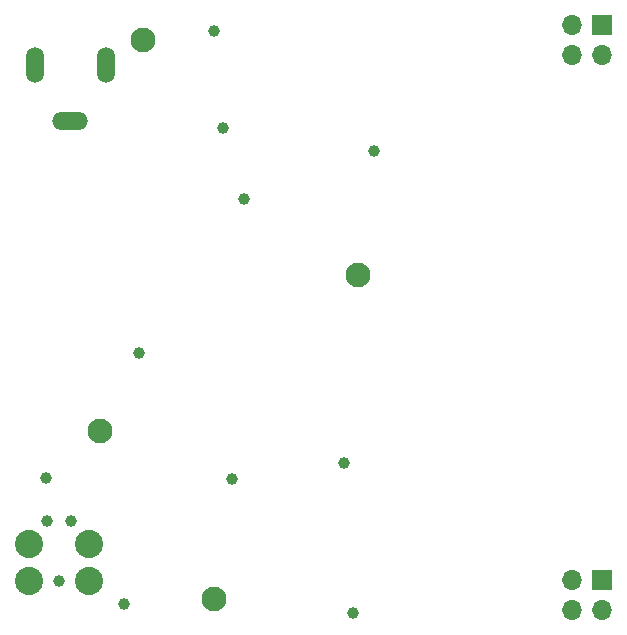
<source format=gbr>
%TF.GenerationSoftware,KiCad,Pcbnew,7.0.7*%
%TF.CreationDate,2023-10-08T11:51:16-05:00*%
%TF.ProjectId,1016 Breadboard Power Supply,31303136-2042-4726-9561-64626f617264,1*%
%TF.SameCoordinates,Original*%
%TF.FileFunction,Soldermask,Bot*%
%TF.FilePolarity,Negative*%
%FSLAX46Y46*%
G04 Gerber Fmt 4.6, Leading zero omitted, Abs format (unit mm)*
G04 Created by KiCad (PCBNEW 7.0.7) date 2023-10-08 11:51:16*
%MOMM*%
%LPD*%
G01*
G04 APERTURE LIST*
%ADD10C,1.000000*%
%ADD11O,1.508000X3.016000*%
%ADD12O,3.016000X1.508000*%
%ADD13C,2.387600*%
%ADD14C,0.990600*%
%ADD15C,2.100000*%
%ADD16R,1.700000X1.700000*%
%ADD17O,1.700000X1.700000*%
G04 APERTURE END LIST*
D10*
X58547000Y-122047000D03*
X68707000Y-87757000D03*
X67691000Y-111506000D03*
X79756000Y-83693000D03*
X66929000Y-81788000D03*
X77216000Y-110109000D03*
X77978000Y-122809000D03*
X66167000Y-73533000D03*
X59817000Y-100838000D03*
X51943000Y-111379000D03*
D11*
X57054000Y-76454000D03*
X51054000Y-76454000D03*
D12*
X54054000Y-81154000D03*
D13*
X50546000Y-120142000D03*
D14*
X53086000Y-120142000D03*
D13*
X55626000Y-120142000D03*
X50546000Y-116967000D03*
X55626000Y-116967000D03*
D14*
X52070000Y-115062000D03*
X54102000Y-115062000D03*
D15*
X60198000Y-74295000D03*
X78359000Y-94234000D03*
X56515000Y-107442000D03*
X66167000Y-121666000D03*
D16*
X99065000Y-73020000D03*
D17*
X96525000Y-73020000D03*
X99065000Y-75560000D03*
X96525000Y-75560000D03*
D16*
X99065000Y-120015000D03*
D17*
X96525000Y-120015000D03*
X99065000Y-122555000D03*
X96525000Y-122555000D03*
M02*

</source>
